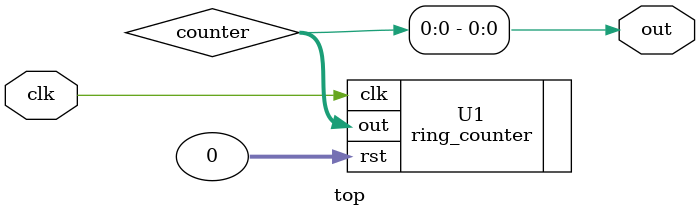
<source format=v>
module top (
    input clk,      // 50 MHz
    output out      // test pin output
);

wire [15:0] counter;
ring_counter U1 (.clk(clk), .rst(0), .out(counter));
defparam U1.DELAY = 100;

assign out = counter[0];

endmodule // top

</source>
